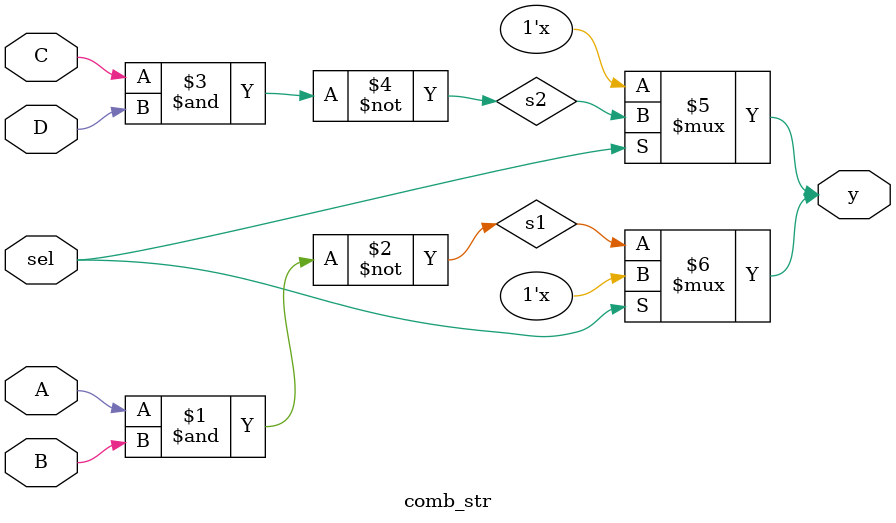
<source format=v>

`timescale 1ns/1ns

module comb_str(y,sel,A,B,C,D);
  output y;
  input sel,A,B,C,D;
  
  wire s1,s2;
  
  nand #(3) a(s1,A,B);
  nand #(4) b(s2,C,D);
  bufif1 c(y,s2,sel);
  bufif0 d(y,s1,sel);
  
endmodule

</source>
